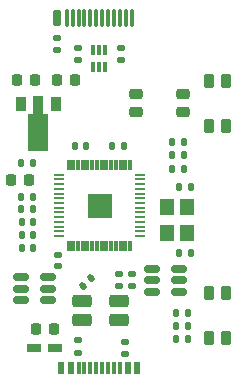
<source format=gbr>
G04 #@! TF.GenerationSoftware,KiCad,Pcbnew,8.0.5*
G04 #@! TF.CreationDate,2024-11-16T16:19:56+03:00*
G04 #@! TF.ProjectId,USB_duck_v2,5553425f-6475-4636-9b5f-76322e6b6963,rev?*
G04 #@! TF.SameCoordinates,Original*
G04 #@! TF.FileFunction,Paste,Top*
G04 #@! TF.FilePolarity,Positive*
%FSLAX46Y46*%
G04 Gerber Fmt 4.6, Leading zero omitted, Abs format (unit mm)*
G04 Created by KiCad (PCBNEW 8.0.5) date 2024-11-16 16:19:56*
%MOMM*%
%LPD*%
G01*
G04 APERTURE LIST*
G04 Aperture macros list*
%AMRoundRect*
0 Rectangle with rounded corners*
0 $1 Rounding radius*
0 $2 $3 $4 $5 $6 $7 $8 $9 X,Y pos of 4 corners*
0 Add a 4 corners polygon primitive as box body*
4,1,4,$2,$3,$4,$5,$6,$7,$8,$9,$2,$3,0*
0 Add four circle primitives for the rounded corners*
1,1,$1+$1,$2,$3*
1,1,$1+$1,$4,$5*
1,1,$1+$1,$6,$7*
1,1,$1+$1,$8,$9*
0 Add four rect primitives between the rounded corners*
20,1,$1+$1,$2,$3,$4,$5,0*
20,1,$1+$1,$4,$5,$6,$7,0*
20,1,$1+$1,$6,$7,$8,$9,0*
20,1,$1+$1,$8,$9,$2,$3,0*%
%AMFreePoly0*
4,1,9,3.862500,-0.866500,0.737500,-0.866500,0.737500,-0.450000,-0.737500,-0.450000,-0.737500,0.450000,0.737500,0.450000,0.737500,0.866500,3.862500,0.866500,3.862500,-0.866500,3.862500,-0.866500,$1*%
G04 Aperture macros list end*
%ADD10C,0.010000*%
%ADD11RoundRect,0.140000X-0.140000X-0.170000X0.140000X-0.170000X0.140000X0.170000X-0.140000X0.170000X0*%
%ADD12RoundRect,0.135000X-0.135000X-0.185000X0.135000X-0.185000X0.135000X0.185000X-0.135000X0.185000X0*%
%ADD13RoundRect,0.140000X0.140000X0.170000X-0.140000X0.170000X-0.140000X-0.170000X0.140000X-0.170000X0*%
%ADD14RoundRect,0.225000X-0.225000X-0.250000X0.225000X-0.250000X0.225000X0.250000X-0.225000X0.250000X0*%
%ADD15R,1.200000X1.400000*%
%ADD16RoundRect,0.006000X0.094000X-0.414000X0.094000X0.414000X-0.094000X0.414000X-0.094000X-0.414000X0*%
%ADD17RoundRect,0.020000X0.400000X-0.080000X0.400000X0.080000X-0.400000X0.080000X-0.400000X-0.080000X0*%
%ADD18RoundRect,0.135000X-0.185000X0.135000X-0.185000X-0.135000X0.185000X-0.135000X0.185000X0.135000X0*%
%ADD19RoundRect,0.225000X0.225000X-0.375000X0.225000X0.375000X-0.225000X0.375000X-0.225000X-0.375000X0*%
%ADD20RoundRect,0.135000X0.185000X-0.135000X0.185000X0.135000X-0.185000X0.135000X-0.185000X-0.135000X0*%
%ADD21RoundRect,0.225000X0.225000X0.250000X-0.225000X0.250000X-0.225000X-0.250000X0.225000X-0.250000X0*%
%ADD22RoundRect,0.075000X-0.075000X-0.675000X0.075000X-0.675000X0.075000X0.675000X-0.075000X0.675000X0*%
%ADD23RoundRect,0.175000X-0.175000X-0.525000X0.175000X-0.525000X0.175000X0.525000X-0.175000X0.525000X0*%
%ADD24R,0.600000X1.100000*%
%ADD25R,0.300000X1.100000*%
%ADD26RoundRect,0.135000X0.135000X0.185000X-0.135000X0.185000X-0.135000X-0.185000X0.135000X-0.185000X0*%
%ADD27RoundRect,0.225000X0.350000X0.225000X-0.350000X0.225000X-0.350000X-0.225000X0.350000X-0.225000X0*%
%ADD28R,0.300000X0.850000*%
%ADD29RoundRect,0.150000X0.512500X0.150000X-0.512500X0.150000X-0.512500X-0.150000X0.512500X-0.150000X0*%
%ADD30RoundRect,0.140000X0.170000X-0.140000X0.170000X0.140000X-0.170000X0.140000X-0.170000X-0.140000X0*%
%ADD31R,1.270000X0.760000*%
%ADD32RoundRect,0.262500X-0.587500X-0.262500X0.587500X-0.262500X0.587500X0.262500X-0.587500X0.262500X0*%
%ADD33RoundRect,0.140000X0.021213X-0.219203X0.219203X-0.021213X-0.021213X0.219203X-0.219203X0.021213X0*%
%ADD34RoundRect,0.150000X-0.512500X-0.150000X0.512500X-0.150000X0.512500X0.150000X-0.512500X0.150000X0*%
%ADD35R,0.900000X1.300000*%
%ADD36FreePoly0,270.000000*%
G04 APERTURE END LIST*
D10*
X980000Y-16830000D02*
X-980000Y-16830000D01*
X-980000Y-14870000D01*
X980000Y-14870000D01*
X980000Y-16830000D01*
G36*
X980000Y-16830000D02*
G01*
X-980000Y-16830000D01*
X-980000Y-14870000D01*
X980000Y-14870000D01*
X980000Y-16830000D01*
G37*
D11*
X-6580000Y-17300000D03*
X-5620000Y-17300000D03*
D12*
X-6610000Y-12300000D03*
X-5590000Y-12300000D03*
D13*
X-1120000Y-10800000D03*
X-2080000Y-10800000D03*
D12*
X6170000Y-12740000D03*
X7190000Y-12740000D03*
D14*
X-3575000Y-5200000D03*
X-2025000Y-5200000D03*
D15*
X7400000Y-18170000D03*
X7400000Y-15970000D03*
X5700000Y-15970000D03*
X5700000Y-18170000D03*
D16*
X-2600000Y-19285000D03*
X-2200000Y-19285000D03*
X-1800000Y-19285000D03*
X-1400000Y-19285000D03*
X-1000000Y-19285000D03*
X-600000Y-19285000D03*
X-200000Y-19285000D03*
X200000Y-19285000D03*
X600000Y-19285000D03*
X1000000Y-19285000D03*
X1400000Y-19285000D03*
X1800000Y-19285000D03*
X2200000Y-19285000D03*
X2600000Y-19285000D03*
D17*
X3435000Y-18450000D03*
X3435000Y-18050000D03*
X3435000Y-17650000D03*
X3435000Y-17250000D03*
X3435000Y-16850000D03*
X3435000Y-16450000D03*
X3435000Y-16050000D03*
X3435000Y-15650000D03*
X3435000Y-15250000D03*
X3435000Y-14850000D03*
X3435000Y-14450000D03*
X3435000Y-14050000D03*
X3435000Y-13650000D03*
X3435000Y-13250000D03*
D16*
X2600000Y-12415000D03*
X2200000Y-12415000D03*
X1800000Y-12415000D03*
X1400000Y-12415000D03*
X1000000Y-12415000D03*
X600000Y-12415000D03*
X200000Y-12415000D03*
X-200000Y-12415000D03*
X-600000Y-12415000D03*
X-1000000Y-12415000D03*
X-1400000Y-12415000D03*
X-1800000Y-12415000D03*
X-2200000Y-12415000D03*
X-2600000Y-12415000D03*
D17*
X-3435000Y-13250000D03*
X-3435000Y-13650000D03*
X-3435000Y-14050000D03*
X-3435000Y-14450000D03*
X-3435000Y-14850000D03*
X-3435000Y-15250000D03*
X-3435000Y-15650000D03*
X-3435000Y-16050000D03*
X-3435000Y-16450000D03*
X-3435000Y-16850000D03*
X-3435000Y-17250000D03*
X-3435000Y-17650000D03*
X-3435000Y-18050000D03*
X-3435000Y-18450000D03*
D18*
X-3600000Y-1690000D03*
X-3600000Y-2710000D03*
D19*
X9250000Y-9100000D03*
X10750000Y-9100000D03*
X9250000Y-5300000D03*
X10750000Y-5300000D03*
D20*
X2200000Y-28410000D03*
X2200000Y-27390000D03*
D21*
X-5400000Y-5200000D03*
X-6950000Y-5200000D03*
D22*
X-2750000Y0D03*
X-2250000Y0D03*
X-1750000Y0D03*
X-1250000Y0D03*
X-750000Y0D03*
X-250000Y0D03*
X250000Y0D03*
X750000Y0D03*
X1250000Y0D03*
X1750000Y0D03*
X2250000Y0D03*
X2750000Y0D03*
D23*
X-3600000Y50000D03*
D18*
X1800000Y-2490000D03*
X1800000Y-3510000D03*
X-1800000Y-2490000D03*
X-1800000Y-3510000D03*
D24*
X-3200000Y-29650000D03*
X-2400000Y-29650000D03*
D25*
X-1250000Y-29650000D03*
X-250000Y-29650000D03*
X250000Y-29650000D03*
X1250000Y-29650000D03*
D24*
X2400000Y-29650000D03*
X3200000Y-29650000D03*
X3200000Y-29650000D03*
X2400000Y-29650000D03*
D25*
X1750000Y-29650000D03*
X750000Y-29650000D03*
X-750000Y-29650000D03*
X-1750000Y-29650000D03*
D24*
X-2400000Y-29650000D03*
X-3200000Y-29650000D03*
D14*
X-7475000Y-13700000D03*
X-5925000Y-13700000D03*
D18*
X1700000Y-21690000D03*
X1700000Y-22710000D03*
D12*
X6170000Y-11590000D03*
X7190000Y-11590000D03*
D13*
X7730000Y-14270000D03*
X6770000Y-14270000D03*
D20*
X-1800000Y-28310000D03*
X-1800000Y-27290000D03*
D26*
X-5590000Y-15100000D03*
X-6610000Y-15100000D03*
D27*
X7075000Y-7950000D03*
X7075000Y-6450000D03*
X3125000Y-6450000D03*
X3125000Y-7950000D03*
D19*
X9250000Y-27100000D03*
X10750000Y-27100000D03*
X9250000Y-23300000D03*
X10750000Y-23300000D03*
D11*
X6200000Y-10490000D03*
X7160000Y-10490000D03*
D28*
X500000Y-2700000D03*
X0Y-2700000D03*
X-500000Y-2700000D03*
X-500000Y-4100000D03*
X0Y-4100000D03*
X500000Y-4100000D03*
D29*
X6737500Y-23150000D03*
X6737500Y-22200000D03*
X6737500Y-21250000D03*
X4462500Y-21250000D03*
X4462500Y-22200000D03*
X4462500Y-23150000D03*
D12*
X6490000Y-26050000D03*
X7510000Y-26050000D03*
D11*
X-6580000Y-18400000D03*
X-5620000Y-18400000D03*
D30*
X-3500000Y-20980000D03*
X-3500000Y-20020000D03*
D26*
X-5590000Y-16200000D03*
X-6610000Y-16200000D03*
D31*
X-5490000Y-27910000D03*
X-3710000Y-27910000D03*
D11*
X6770000Y-19870000D03*
X7730000Y-19870000D03*
D32*
X1700000Y-23940000D03*
X-1500000Y-23940000D03*
X1700000Y-25590000D03*
X-1500000Y-25590000D03*
D12*
X6490000Y-27200000D03*
X7510000Y-27200000D03*
D18*
X2800000Y-21690000D03*
X2800000Y-22710000D03*
D11*
X6520000Y-24950000D03*
X7480000Y-24950000D03*
D33*
X-1339411Y-22639411D03*
X-660589Y-21960589D03*
D34*
X-6600000Y-21950000D03*
X-6600000Y-22900000D03*
X-6600000Y-23850000D03*
X-4325000Y-23850000D03*
X-4325000Y-22900000D03*
X-4325000Y-21950000D03*
D21*
X-3825000Y-26310000D03*
X-5375000Y-26310000D03*
D35*
X-3650000Y-7250000D03*
D36*
X-5150000Y-7337500D03*
D35*
X-6650000Y-7250000D03*
D11*
X-6580000Y-19500000D03*
X-5620000Y-19500000D03*
D13*
X2080000Y-10800000D03*
X1120000Y-10800000D03*
M02*

</source>
